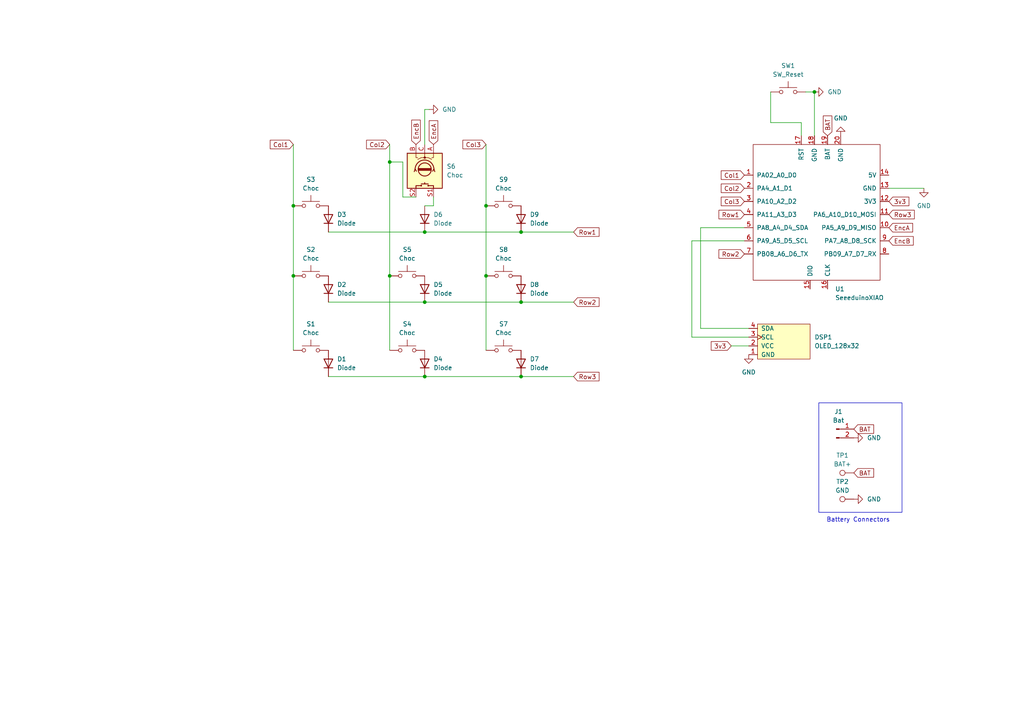
<source format=kicad_sch>
(kicad_sch (version 20231120) (generator "eeschema") (generator_version "8.0")
  (paper "A4")
  (lib_symbols
    (symbol "Connector:Conn_01x02_Pin" (pin_names (offset 1.016) hide)
      (property "Reference" "J" (at 0 2.54 0))
      (property "Value" "Conn_01x02_Pin" (at 0 -5.08 0))
      (symbol "Conn_01x02_Pin_1_1"
        (polyline (pts (xy 1.27 -2.54) (xy 0.8636 -2.54)) (stroke (width 0.1524)))
        (polyline (pts (xy 1.27 0) (xy 0.8636 0)) (stroke (width 0.1524)))
        (rectangle (start 0.8636 -2.413) (end 0 -2.667) (stroke (width 0.1524)) (fill (type outline)))
        (rectangle (start 0.8636 0.127) (end 0 -0.127) (stroke (width 0.1524)) (fill (type outline)))
        (pin passive line (at 5.08 0 180) (length 3.81) (name "Pin_1") (number "1"))
        (pin passive line (at 5.08 -2.54 180) (length 3.81) (name "Pin_2") (number "2"))
      )
    )
    (symbol "Connector:TestPoint" (pin_numbers hide) (pin_names (offset 0.762) hide)
      (property "Reference" "TP" (at 0 6.858 0))
      (property "Value" "TestPoint" (at 0 5.08 0))
      (symbol "TestPoint_0_1"
        (circle (center 0 3.302) (radius 0.762))
      )
      (symbol "TestPoint_1_1"
        (pin passive line (at 0 0 90) (length 2.54) (name "1") (number "1"))
      )
    )
    (symbol "Device:D" (pin_numbers hide) (pin_names (offset 1.016) hide)
      (property "Reference" "D" (at 0 2.54 0))
      (property "Value" "D" (at 0 -2.54 0))
      (symbol "D_0_1"
        (polyline (pts (xy -1.27 1.27) (xy -1.27 -1.27)) (stroke (width 0.254)))
        (polyline (pts (xy 1.27 0) (xy -1.27 0)))
        (polyline (pts (xy 1.27 1.27) (xy 1.27 -1.27) (xy -1.27 0) (xy 1.27 1.27)) (stroke (width 0.254)))
      )
      (symbol "D_1_1"
        (pin passive line (at -3.81 0 0) (length 2.54) (name "K") (number "1"))
        (pin passive line (at 3.81 0 180) (length 2.54) (name "A") (number "2"))
      )
    )
    (symbol "Device:RotaryEncoder_Switch" (pin_names (offset 0.254) hide)
      (property "Reference" "SW" (at 0 6.604 0))
      (property "Value" "RotaryEncoder_Switch" (at 0 -6.604 0))
      (symbol "RotaryEncoder_Switch_0_1"
        (rectangle (start -5.08 5.08) (end 5.08 -5.08) (stroke (width 0.254)) (fill (type background)))
        (circle (center -3.81 0) (radius 0.254) (fill (type outline)))
        (circle (center -0.381 0) (radius 1.905) (stroke (width 0.254)))
        (arc (start -0.381 2.667) (mid -3.0988 -0.0635) (end -0.381 -2.794) (stroke (width 0.254)))
        (polyline (pts (xy -0.635 -1.778) (xy -0.635 1.778)) (stroke (width 0.254)))
        (polyline (pts (xy -0.381 -1.778) (xy -0.381 1.778)) (stroke (width 0.254)))
        (polyline (pts (xy -0.127 1.778) (xy -0.127 -1.778)) (stroke (width 0.254)))
        (polyline (pts (xy 3.81 0) (xy 3.429 0)) (stroke (width 0.254)))
        (polyline (pts (xy 3.81 1.016) (xy 3.81 -1.016)) (stroke (width 0.254)))
        (polyline (pts (xy -5.08 -2.54) (xy -3.81 -2.54) (xy -3.81 -2.032)))
        (polyline (pts (xy -5.08 2.54) (xy -3.81 2.54) (xy -3.81 2.032)))
        (polyline (pts (xy 0.254 -3.048) (xy -0.508 -2.794) (xy 0.127 -2.413)) (stroke (width 0.254)))
        (polyline (pts (xy 0.254 2.921) (xy -0.508 2.667) (xy 0.127 2.286)) (stroke (width 0.254)))
        (polyline (pts (xy 5.08 -2.54) (xy 4.318 -2.54) (xy 4.318 -1.016)) (stroke (width 0.254)))
        (polyline (pts (xy 5.08 2.54) (xy 4.318 2.54) (xy 4.318 1.016)) (stroke (width 0.254)))
        (polyline (pts (xy -5.08 0) (xy -3.81 0) (xy -3.81 -1.016) (xy -3.302 -2.032)))
        (polyline (pts (xy -4.318 0) (xy -3.81 0) (xy -3.81 1.016) (xy -3.302 2.032)))
        (circle (center 4.318 -1.016) (radius 0.127) (stroke (width 0.254)))
        (circle (center 4.318 1.016) (radius 0.127) (stroke (width 0.254)))
      )
      (symbol "RotaryEncoder_Switch_1_1"
        (pin passive line (at -7.62 2.54 0) (length 2.54) (name "A") (number "A"))
        (pin passive line (at -7.62 -2.54 0) (length 2.54) (name "B") (number "B"))
        (pin passive line (at -7.62 0 0) (length 2.54) (name "C") (number "C"))
        (pin passive line (at 7.62 2.54 180) (length 2.54) (name "S1") (number "S1"))
        (pin passive line (at 7.62 -2.54 180) (length 2.54) (name "S2") (number "S2"))
      )
    )
    (symbol "ScottoKeebs:OLED_128x32" (pin_names (offset 1.016))
      (property "Reference" "J" (at 0 -6.35 0))
      (property "Value" "OLED_128x32" (at 0 6.35 0))
      (symbol "OLED_128x32_0_1"
        (rectangle (start 0 5.08) (end 15.24 -5.08) (fill (type background)))
      )
      (symbol "OLED_128x32_1_1"
        (pin power_in line (at -2.54 -3.81 0) (length 2.54) (name "GND") (number "1"))
        (pin power_in line (at -2.54 -1.27 0) (length 2.54) (name "VCC") (number "2"))
        (pin input clock (at -2.54 1.27 0) (length 2.54) (name "SCL") (number "3"))
        (pin bidirectional line (at -2.54 3.81 0) (length 2.54) (name "SDA") (number "4"))
      )
    )
    (symbol "Seeeduino XIAO:SeeeduinoXIAO" (pin_names (offset 1.016))
      (property "Reference" "U" (at -19.05 22.86 0))
      (property "Value" "SeeeduinoXIAO" (at -12.7 21.59 0))
      (symbol "SeeeduinoXIAO_0_1"
        (rectangle (start -19.05 20.32) (end 17.78 -19.05))
      )
      (symbol "SeeeduinoXIAO_1_1"
        (pin unspecified line (at -21.59 11.43 0) (length 2.54) (name "PA02_A0_D0") (number "1"))
        (pin unspecified line (at 20.32 -3.81 180) (length 2.54) (name "PA5_A9_D9_MISO") (number "10"))
        (pin unspecified line (at 20.32 0 180) (length 2.54) (name "PA6_A10_D10_MOSI") (number "11"))
        (pin unspecified line (at 20.32 3.81 180) (length 2.54) (name "3V3") (number "12"))
        (pin unspecified line (at 20.32 7.62 180) (length 2.54) (name "GND") (number "13"))
        (pin unspecified line (at 20.32 11.43 180) (length 2.54) (name "5V") (number "14"))
        (pin unspecified line (at -2.54 -21.59 90) (length 2.54) (name "DIO") (number "15"))
        (pin unspecified line (at 2.54 -21.59 90) (length 2.54) (name "CLK") (number "16"))
        (pin input line (at -5.08 22.86 270) (length 2.54) (name "RST") (number "17"))
        (pin input line (at -1.27 22.86 270) (length 2.54) (name "GND") (number "18"))
        (pin input line (at 2.54 22.86 270) (length 2.54) (name "BAT") (number "19"))
        (pin unspecified line (at -21.59 7.62 0) (length 2.54) (name "PA4_A1_D1") (number "2"))
        (pin input line (at 6.35 22.86 270) (length 2.54) (name "GND") (number "20"))
        (pin unspecified line (at -21.59 3.81 0) (length 2.54) (name "PA10_A2_D2") (number "3"))
        (pin unspecified line (at -21.59 0 0) (length 2.54) (name "PA11_A3_D3") (number "4"))
        (pin unspecified line (at -21.59 -3.81 0) (length 2.54) (name "PA8_A4_D4_SDA") (number "5"))
        (pin unspecified line (at -21.59 -7.62 0) (length 2.54) (name "PA9_A5_D5_SCL") (number "6"))
        (pin unspecified line (at -21.59 -11.43 0) (length 2.54) (name "PB08_A6_D6_TX") (number "7"))
        (pin unspecified line (at 20.32 -11.43 180) (length 2.54) (name "PB09_A7_D7_RX") (number "8"))
        (pin unspecified line (at 20.32 -7.62 180) (length 2.54) (name "PA7_A8_D8_SCK") (number "9"))
      )
    )
    (symbol "Switch:SW_Push" (pin_numbers hide) (pin_names (offset 1.016) hide)
      (property "Reference" "SW" (at 1.27 2.54 0))
      (property "Value" "SW_Push" (at 0 -1.524 0))
      (symbol "SW_Push_0_1"
        (circle (center -2.032 0) (radius 0.508))
        (polyline (pts (xy 0 1.27) (xy 0 3.048)))
        (polyline (pts (xy 2.54 1.27) (xy -2.54 1.27)))
        (circle (center 2.032 0) (radius 0.508))
        (pin passive line (at -5.08 0 0) (length 2.54) (name "1") (number "1"))
        (pin passive line (at 5.08 0 180) (length 2.54) (name "2") (number "2"))
      )
    )
    (symbol "power:GND" (power) (pin_names (offset 0))
      (property "Value" "GND" (at 0 -3.81 0))
      (symbol "GND_0_1"
        (polyline (pts (xy 0 0) (xy 0 -1.27) (xy 1.27 -1.27) (xy 0 -2.54) (xy -1.27 -1.27) (xy 0 -1.27)))
      )
      (symbol "GND_1_1"
        (pin power_in line (at 0 0 270) (length 0) hide (name "GND") (number "1"))
      )
    )
  )
  (junction (at 123.19 87.63))
  (junction (at 151.13 109.22))
  (junction (at 123.19 109.22))
  (junction (at 140.97 59.69))
  (junction (at 113.03 80.01))
  (junction (at 151.13 87.63))
  (junction (at 151.13 67.31))
  (junction (at 123.19 67.31))
  (junction (at 140.97 80.01))
  (junction (at 85.09 80.01))
  (junction (at 85.09 59.69))
  (junction (at 113.03 46.99))
  (junction (at 236.22 26.67))
  (wire (pts (xy 85.09 59.69) (xy 85.09 80.01)))
  (wire (pts (xy 113.03 46.99) (xy 113.03 80.01)))
  (wire (pts (xy 200.66 97.79) (xy 217.17 97.79)))
  (wire (pts (xy 123.19 31.75) (xy 123.19 41.91)))
  (wire (pts (xy 223.52 26.67) (xy 223.52 35.56)))
  (wire (pts (xy 116.84 46.99) (xy 113.03 46.99)))
  (wire (pts (xy 200.66 69.85) (xy 200.66 97.79)))
  (wire (pts (xy 95.25 67.31) (xy 123.19 67.31)))
  (wire (pts (xy 123.19 67.31) (xy 151.13 67.31)))
  (wire (pts (xy 140.97 80.01) (xy 140.97 101.6)))
  (wire (pts (xy 232.41 35.56) (xy 232.41 39.37)))
  (wire (pts (xy 151.13 109.22) (xy 166.37 109.22)))
  (wire (pts (xy 125.73 59.69) (xy 123.19 59.69)))
  (wire (pts (xy 116.84 46.99) (xy 116.84 57.15)))
  (wire (pts (xy 95.25 109.22) (xy 123.19 109.22)))
  (wire (pts (xy 123.19 109.22) (xy 151.13 109.22)))
  (wire (pts (xy 140.97 41.91) (xy 140.97 59.69)))
  (wire (pts (xy 85.09 41.91) (xy 85.09 59.69)))
  (wire (pts (xy 151.13 67.31) (xy 166.37 67.31)))
  (wire (pts (xy 203.2 66.04) (xy 203.2 95.25)))
  (wire (pts (xy 113.03 41.91) (xy 113.03 46.99)))
  (wire (pts (xy 140.97 59.69) (xy 140.97 80.01)))
  (wire (pts (xy 236.22 26.67) (xy 236.22 39.37)))
  (wire (pts (xy 223.52 35.56) (xy 232.41 35.56)))
  (wire (pts (xy 233.68 26.67) (xy 236.22 26.67)))
  (wire (pts (xy 203.2 95.25) (xy 217.17 95.25)))
  (wire (pts (xy 124.46 31.75) (xy 123.19 31.75)))
  (wire (pts (xy 95.25 87.63) (xy 123.19 87.63)))
  (wire (pts (xy 85.09 80.01) (xy 85.09 101.6)))
  (wire (pts (xy 257.81 54.61) (xy 267.97 54.61)))
  (wire (pts (xy 116.84 57.15) (xy 120.65 57.15)))
  (wire (pts (xy 123.19 87.63) (xy 151.13 87.63)))
  (wire (pts (xy 113.03 80.01) (xy 113.03 101.6)))
  (wire (pts (xy 125.73 57.15) (xy 125.73 59.69)))
  (wire (pts (xy 215.9 66.04) (xy 203.2 66.04)))
  (wire (pts (xy 212.09 100.33) (xy 217.17 100.33)))
  (wire (pts (xy 215.9 69.85) (xy 200.66 69.85)))
  (wire (pts (xy 151.13 87.63) (xy 166.37 87.63)))
  (rectangle (start 237.49 116.84) (end 261.62 148.59))
  (text "Battery Connectors\n" (at 248.92 150.876 0) (effects (font (size 1.27 1.27))))
  (global_label "BAT" (shape input) (at 247.65 137.16 0) (property "Intersheetrefs" "${INTERSHEET_REFS}" (effects (hide yes))))
  (global_label "EncA" (shape input) (at 125.73 41.91 90) (property "Intersheetrefs" "${INTERSHEET_REFS}" (effects (hide yes))))
  (global_label "BAT" (shape input) (at 240.03 39.37 90) (property "Intersheetrefs" "${INTERSHEET_REFS}" (effects (hide yes))))
  (global_label "Row3" (shape input) (at 166.37 109.22 0) (property "Intersheetrefs" "${INTERSHEET_REFS}" (effects (hide yes))))
  (global_label "Row1" (shape input) (at 166.37 67.31 0) (property "Intersheetrefs" "${INTERSHEET_REFS}" (effects (hide yes))))
  (global_label "Row1" (shape input) (at 215.9 62.23 180) (property "Intersheetrefs" "${INTERSHEET_REFS}" (effects (hide yes))))
  (global_label "Col2" (shape input) (at 215.9 54.61 180) (property "Intersheetrefs" "${INTERSHEET_REFS}" (effects (hide yes))))
  (global_label "Row3" (shape input) (at 257.81 62.23 0) (property "Intersheetrefs" "${INTERSHEET_REFS}" (effects (hide yes))))
  (global_label "EncB" (shape input) (at 257.81 69.85 0) (property "Intersheetrefs" "${INTERSHEET_REFS}" (effects (hide yes))))
  (global_label "3v3" (shape input) (at 212.09 100.33 180) (property "Intersheetrefs" "${INTERSHEET_REFS}" (effects (hide yes))))
  (global_label "Col1" (shape input) (at 215.9 50.8 180) (property "Intersheetrefs" "${INTERSHEET_REFS}" (effects (hide yes))))
  (global_label "Col1" (shape input) (at 85.09 41.91 180) (property "Intersheetrefs" "${INTERSHEET_REFS}" (effects (hide yes))))
  (global_label "BAT" (shape input) (at 247.65 124.46 0) (property "Intersheetrefs" "${INTERSHEET_REFS}" (effects (hide yes))))
  (global_label "Col3" (shape input) (at 215.9 58.42 180) (property "Intersheetrefs" "${INTERSHEET_REFS}" (effects (hide yes))))
  (global_label "Col3" (shape input) (at 140.97 41.91 180) (property "Intersheetrefs" "${INTERSHEET_REFS}" (effects (hide yes))))
  (global_label "EncA" (shape input) (at 257.81 66.04 0) (property "Intersheetrefs" "${INTERSHEET_REFS}" (effects (hide yes))))
  (global_label "EncB" (shape input) (at 120.65 41.91 90) (property "Intersheetrefs" "${INTERSHEET_REFS}" (effects (hide yes))))
  (global_label "Row2" (shape input) (at 215.9 73.66 180) (property "Intersheetrefs" "${INTERSHEET_REFS}" (effects (hide yes))))
  (global_label "Col2" (shape input) (at 113.03 41.91 180) (property "Intersheetrefs" "${INTERSHEET_REFS}" (effects (hide yes))))
  (global_label "3v3" (shape input) (at 257.81 58.42 0) (property "Intersheetrefs" "${INTERSHEET_REFS}" (effects (hide yes))))
  (global_label "Row2" (shape input) (at 166.37 87.63 0) (property "Intersheetrefs" "${INTERSHEET_REFS}" (effects (hide yes))))
  (symbol (lib_id "Device:D") (at 151.13 63.5 90) (unit 1)
    (property "Reference" "D9" (at 153.67 62.2299 90) (effects (justify right)))
    (property "Value" "Diode" (at 153.67 64.7699 90) (effects (justify right)))
    (property "Footprint" "Diode_SMD:D_SOD-123" (effects (hide yes)))
    (property "Description" "Diode" (effects (hide yes)))
    (property "Sim.Device" "D" (effects (hide yes)))
    (property "Sim.Pins" "1=K 2=A" (effects (hide yes)))
    (property "LCSC PartNumber" "C493190" (effects (hide yes)))
    (property "MPN" "C493190" (effects (hide yes)))
  )
  (symbol (lib_id "power:GND") (at 247.65 127 90) (unit 1)
    (property "Reference" "#PWR05" (effects (hide yes)))
    (property "Value" "GND" (at 251.46 126.9999 90) (effects (justify right)))
  )
  (symbol (lib_id "Device:D") (at 151.13 83.82 90) (unit 1)
    (property "Reference" "D8" (at 153.67 82.5499 90) (effects (justify right)))
    (property "Value" "Diode" (at 153.67 85.0899 90) (effects (justify right)))
    (property "Footprint" "Diode_SMD:D_SOD-123" (effects (hide yes)))
    (property "Description" "Diode" (effects (hide yes)))
    (property "Sim.Device" "D" (effects (hide yes)))
    (property "Sim.Pins" "1=K 2=A" (effects (hide yes)))
    (property "LCSC PartNumber" "C493190" (effects (hide yes)))
    (property "MPN" "C493190" (effects (hide yes)))
  )
  (symbol (lib_id "Device:D") (at 95.25 105.41 90) (unit 1)
    (property "Reference" "D1" (at 97.79 104.1399 90) (effects (justify right)))
    (property "Value" "Diode" (at 97.79 106.6799 90) (effects (justify right)))
    (property "Footprint" "Diode_SMD:D_SOD-123" (effects (hide yes)))
    (property "Description" "Diode" (effects (hide yes)))
    (property "Sim.Device" "D" (effects (hide yes)))
    (property "Sim.Pins" "1=K 2=A" (effects (hide yes)))
    (property "LCSC PartNumber" "C493190" (effects (hide yes)))
    (property "MPN" "C493190" (effects (hide yes)))
  )
  (symbol (lib_id "Device:D") (at 123.19 63.5 90) (unit 1)
    (property "Reference" "D6" (at 125.73 62.2299 90) (effects (justify right)))
    (property "Value" "Diode" (at 125.73 64.7699 90) (effects (justify right)))
    (property "Footprint" "Diode_SMD:D_SOD-123" (effects (hide yes)))
    (property "Description" "Diode" (effects (hide yes)))
    (property "Sim.Device" "D" (effects (hide yes)))
    (property "Sim.Pins" "1=K 2=A" (effects (hide yes)))
    (property "LCSC PartNumber" "C493190" (effects (hide yes)))
    (property "MPN" "C493190" (effects (hide yes)))
  )
  (symbol (lib_id "Switch:SW_Push") (at 146.05 80.01 0) (unit 1)
    (property "Reference" "S8" (at 146.05 72.39 0))
    (property "Value" "Choc" (at 146.05 74.93 0))
    (property "Footprint" "keyswitches:Kailh_socket_PG1350" (effects (hide yes)))
    (property "LCSC PartNumber" "C5333465" (effects (hide yes)))
    (property "MPN" "C5333465" (effects (hide yes)))
  )
  (symbol (lib_id "power:GND") (at 236.22 26.67 90) (unit 1)
    (property "Reference" "#PWR07" (effects (hide yes)))
    (property "Value" "GND" (at 240.03 26.6699 90) (effects (justify right)))
  )
  (symbol (lib_id "ScottoKeebs:OLED_128x32") (at 219.71 99.06 0) (unit 1)
    (property "Reference" "DSP1" (at 236.22 97.79 0) (effects (justify left)))
    (property "Value" "OLED_128x32" (at 236.22 100.33 0) (effects (justify left)))
    (property "Footprint" "ScottoKeebs_Components:OLED_128x32" (effects (hide yes)))
  )
  (symbol (lib_id "Switch:SW_Push") (at 146.05 101.6 0) (unit 1)
    (property "Reference" "S7" (at 146.05 93.98 0))
    (property "Value" "Choc" (at 146.05 96.52 0))
    (property "Footprint" "keyswitches:Kailh_socket_PG1350" (effects (hide yes)))
    (property "LCSC PartNumber" "C5333465" (effects (hide yes)))
    (property "MPN" "C5333465" (effects (hide yes)))
  )
  (symbol (lib_id "Connector:TestPoint") (at 247.65 144.78 90) (unit 1)
    (property "Reference" "TP2" (at 244.348 139.7 90))
    (property "Value" "GND" (at 244.348 142.24 90))
    (property "Footprint" "TestPoint:TestPoint_Pad_1.5x1.5mm" (effects (hide yes)))
    (property "Description" "test point" (effects (hide yes)))
  )
  (symbol (lib_id "Device:D") (at 95.25 63.5 90) (unit 1)
    (property "Reference" "D3" (at 97.79 62.2299 90) (effects (justify right)))
    (property "Value" "Diode" (at 97.79 64.7699 90) (effects (justify right)))
    (property "Footprint" "Diode_SMD:D_SOD-123" (effects (hide yes)))
    (property "Description" "Diode" (effects (hide yes)))
    (property "Sim.Device" "D" (effects (hide yes)))
    (property "Sim.Pins" "1=K 2=A" (effects (hide yes)))
    (property "LCSC PartNumber" "C493190" (effects (hide yes)))
    (property "MPN" "C493190" (effects (hide yes)))
  )
  (symbol (lib_id "Switch:SW_Push") (at 118.11 80.01 0) (unit 1)
    (property "Reference" "S5" (at 118.11 72.39 0))
    (property "Value" "Choc" (at 118.11 74.93 0))
    (property "Footprint" "keyswitches:Kailh_socket_PG1350" (effects (hide yes)))
    (property "LCSC PartNumber" "C5333465" (effects (hide yes)))
    (property "MPN" "C5333465" (effects (hide yes)))
  )
  (symbol (lib_id "Seeeduino XIAO:SeeeduinoXIAO") (at 237.49 62.23 0) (unit 1)
    (property "Reference" "U1" (at 242.2241 83.82 0) (effects (justify left)))
    (property "Value" "SeeeduinoXIAO" (at 242.2241 86.36 0) (effects (justify left)))
    (property "Footprint" "keeb_mcu:xiao-ble-smd-cutout" (effects (hide yes)))
  )
  (symbol (lib_id "Switch:SW_Push") (at 146.05 59.69 0) (unit 1)
    (property "Reference" "S9" (at 146.05 52.07 0))
    (property "Value" "Choc" (at 146.05 54.61 0))
    (property "Footprint" "keyswitches:Kailh_socket_PG1350" (effects (hide yes)))
    (property "LCSC PartNumber" "C5333465" (effects (hide yes)))
    (property "MPN" "C5333465" (effects (hide yes)))
  )
  (symbol (lib_id "Device:D") (at 123.19 83.82 90) (unit 1)
    (property "Reference" "D5" (at 125.73 82.5499 90) (effects (justify right)))
    (property "Value" "Diode" (at 125.73 85.0899 90) (effects (justify right)))
    (property "Footprint" "Diode_SMD:D_SOD-123" (effects (hide yes)))
    (property "Description" "Diode" (effects (hide yes)))
    (property "Sim.Device" "D" (effects (hide yes)))
    (property "Sim.Pins" "1=K 2=A" (effects (hide yes)))
    (property "LCSC PartNumber" "C493190" (effects (hide yes)))
    (property "MPN" "C493190" (effects (hide yes)))
  )
  (symbol (lib_id "Switch:SW_Push") (at 90.17 59.69 0) (unit 1)
    (property "Reference" "S3" (at 90.17 52.07 0))
    (property "Value" "Choc" (at 90.17 54.61 0))
    (property "Footprint" "keyswitches:Kailh_socket_PG1350" (effects (hide yes)))
    (property "LCSC PartNumber" "C5333465" (effects (hide yes)))
    (property "MPN" "C5333465" (effects (hide yes)))
  )
  (symbol (lib_id "Connector:TestPoint") (at 247.65 137.16 90) (unit 1)
    (property "Reference" "TP1" (at 244.348 132.08 90))
    (property "Value" "BAT+" (at 244.348 134.62 90))
    (property "Footprint" "TestPoint:TestPoint_Pad_1.5x1.5mm" (effects (hide yes)))
    (property "Description" "test point" (effects (hide yes)))
  )
  (symbol (lib_id "Device:RotaryEncoder_Switch") (at 123.19 49.53 270) (unit 1)
    (property "Reference" "S6" (at 129.54 48.26 90) (effects (justify left)))
    (property "Value" "Choc" (at 129.54 50.8 90) (effects (justify left)))
    (property "Footprint" "Rotary_Encoder:RotaryEncoder_Alps_EC11E-Switch_Vertical_H20mm" (effects (hide yes)))
    (property "Description" "ROTARY ENCODER MECHANICAL 24PPR" (effects (hide yes)))
    (property "Digi-Key_PN" "PEC11R-4215F-S0024-ND" (effects (hide yes)))
    (property "Category" "Sensors, Transducers" (effects (hide yes)))
    (property "Family" "Encoders" (effects (hide yes)))
    (property "DK_Datasheet_Link" "https://www.bourns.com/docs/Product-Datasheets/PEC11R.pdf" (effects (hide yes)))
    (property "DK_Detail_Page" "/product-detail/en/bourns-inc/PEC11R-4215F-S0024/PEC11R-4215F-S0024-ND/4499665" (effects (hide yes)))
    (property "Manufacturer" "Bourns Inc." (effects (hide yes)))
    (property "Status" "Active" (effects (hide yes)))
  )
  (symbol (lib_id "Switch:SW_Push") (at 90.17 101.6 0) (unit 1)
    (property "Reference" "S1" (at 90.17 93.98 0))
    (property "Value" "Choc" (at 90.17 96.52 0))
    (property "Footprint" "keyswitches:Kailh_socket_PG1350" (effects (hide yes)))
    (property "LCSC PartNumber" "C5333465" (effects (hide yes)))
    (property "MPN" "C5333465" (effects (hide yes)))
  )
  (symbol (lib_id "Connector:Conn_01x02_Pin") (at 242.57 124.46 0) (unit 1)
    (property "Reference" "J1" (at 243.205 119.38 0))
    (property "Value" "Bat" (at 243.205 121.92 0))
    (property "Footprint" "Connector_JST:JST_PH_S2B-PH-K_1x02_P2.00mm_Horizontal" (effects (hide yes)))
    (property "Description" "Generic connector, single row, 01x02, script generated" (effects (hide yes)))
  )
  (symbol (lib_id "power:GND") (at 243.84 39.37 180) (unit 1)
    (property "Reference" "#PWR04" (effects (hide yes)))
    (property "Value" "GND" (at 243.84 34.29 0))
  )
  (symbol (lib_id "power:GND") (at 247.65 144.78 90) (unit 1)
    (property "Reference" "#PWR06" (effects (hide yes)))
    (property "Value" "GND" (at 251.46 144.7799 90) (effects (justify right)))
  )
  (symbol (lib_id "Switch:SW_Push") (at 228.6 26.67 0) (unit 1)
    (property "Reference" "SW1" (at 228.6 19.05 0))
    (property "Value" "SW_Reset" (at 228.6 21.59 0))
    (property "Footprint" "Button_Switch_SMD:SW_SPST_EVQP7A" (effects (hide yes)))
    (property "Description" "Push button switch, generic, two pins" (effects (hide yes)))
    (property "Part number" "Panasonic EVQ-P7A01P" (effects (hide yes)))
    (property "LCSC PartNumber" "C2917474" (effects (hide yes)))
    (property "MPN" "C2917474" (effects (hide yes)))
  )
  (symbol (lib_id "Switch:SW_Push") (at 90.17 80.01 0) (unit 1)
    (property "Reference" "S2" (at 90.17 72.39 0))
    (property "Value" "Choc" (at 90.17 74.93 0))
    (property "Footprint" "keyswitches:Kailh_socket_PG1350" (effects (hide yes)))
    (property "LCSC PartNumber" "C5333465" (effects (hide yes)))
    (property "MPN" "C5333465" (effects (hide yes)))
  )
  (symbol (lib_id "Device:D") (at 123.19 105.41 90) (unit 1)
    (property "Reference" "D4" (at 125.73 104.1399 90) (effects (justify right)))
    (property "Value" "Diode" (at 125.73 106.6799 90) (effects (justify right)))
    (property "Footprint" "Diode_SMD:D_SOD-123" (effects (hide yes)))
    (property "Description" "Diode" (effects (hide yes)))
    (property "Sim.Device" "D" (effects (hide yes)))
    (property "Sim.Pins" "1=K 2=A" (effects (hide yes)))
    (property "LCSC PartNumber" "C493190" (effects (hide yes)))
    (property "MPN" "C493190" (effects (hide yes)))
  )
  (symbol (lib_id "Device:D") (at 95.25 83.82 90) (unit 1)
    (property "Reference" "D2" (at 97.79 82.5499 90) (effects (justify right)))
    (property "Value" "Diode" (at 97.79 85.0899 90) (effects (justify right)))
    (property "Footprint" "Diode_SMD:D_SOD-123" (effects (hide yes)))
    (property "Description" "Diode" (effects (hide yes)))
    (property "Sim.Device" "D" (effects (hide yes)))
    (property "Sim.Pins" "1=K 2=A" (effects (hide yes)))
    (property "LCSC PartNumber" "C493190" (effects (hide yes)))
    (property "MPN" "C493190" (effects (hide yes)))
  )
  (symbol (lib_id "power:GND") (at 217.17 102.87 0) (unit 1)
    (property "Reference" "#PWR01" (effects (hide yes)))
    (property "Value" "GND" (at 217.17 107.95 0))
  )
  (symbol (lib_id "Device:D") (at 151.13 105.41 90) (unit 1)
    (property "Reference" "D7" (at 153.67 104.1399 90) (effects (justify right)))
    (property "Value" "Diode" (at 153.67 106.6799 90) (effects (justify right)))
    (property "Footprint" "Diode_SMD:D_SOD-123" (effects (hide yes)))
    (property "Description" "Diode" (effects (hide yes)))
    (property "Sim.Device" "D" (effects (hide yes)))
    (property "Sim.Pins" "1=K 2=A" (effects (hide yes)))
    (property "LCSC PartNumber" "C493190" (effects (hide yes)))
    (property "MPN" "C493190" (effects (hide yes)))
  )
  (symbol (lib_id "power:GND") (at 124.46 31.75 90) (unit 1)
    (property "Reference" "#PWR03" (effects (hide yes)))
    (property "Value" "GND" (at 128.27 31.75 90) (effects (justify right)))
  )
  (symbol (lib_id "Switch:SW_Push") (at 118.11 101.6 0) (unit 1)
    (property "Reference" "S4" (at 118.11 93.98 0))
    (property "Value" "Choc" (at 118.11 96.52 0))
    (property "Footprint" "keyswitches:Kailh_socket_PG1350" (effects (hide yes)))
    (property "LCSC PartNumber" "C5333465" (effects (hide yes)))
    (property "MPN" "C5333465" (effects (hide yes)))
  )
  (symbol (lib_id "power:GND") (at 267.97 54.61 0) (unit 1)
    (property "Reference" "#PWR02" (effects (hide yes)))
    (property "Value" "GND" (at 267.97 59.69 0))
  )
)
</source>
